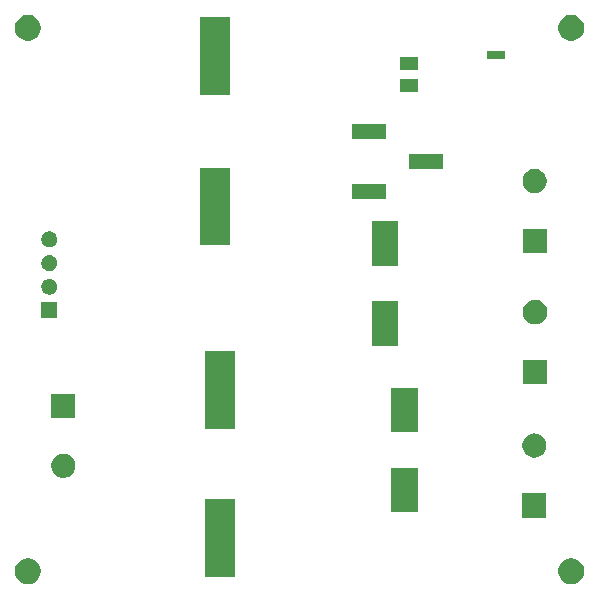
<source format=gbr>
%TF.GenerationSoftware,KiCad,Pcbnew,(5.1.6)-1*%
%TF.CreationDate,2020-08-14T09:47:52+03:00*%
%TF.ProjectId,Circuit Thesis,43697263-7569-4742-9054-68657369732e,rev?*%
%TF.SameCoordinates,Original*%
%TF.FileFunction,Soldermask,Top*%
%TF.FilePolarity,Negative*%
%FSLAX46Y46*%
G04 Gerber Fmt 4.6, Leading zero omitted, Abs format (unit mm)*
G04 Created by KiCad (PCBNEW (5.1.6)-1) date 2020-08-14 09:47:52*
%MOMM*%
%LPD*%
G01*
G04 APERTURE LIST*
%ADD10C,0.100000*%
G04 APERTURE END LIST*
D10*
G36*
X174320857Y-115942272D02*
G01*
X174521043Y-116025192D01*
X174521045Y-116025193D01*
X174611738Y-116085792D01*
X174701208Y-116145574D01*
X174854426Y-116298792D01*
X174974808Y-116478957D01*
X175057728Y-116679143D01*
X175100000Y-116891658D01*
X175100000Y-117108342D01*
X175057728Y-117320857D01*
X174983524Y-117500000D01*
X174974807Y-117521045D01*
X174854425Y-117701209D01*
X174701209Y-117854425D01*
X174521045Y-117974807D01*
X174521044Y-117974808D01*
X174521043Y-117974808D01*
X174320857Y-118057728D01*
X174108342Y-118100000D01*
X173891658Y-118100000D01*
X173679143Y-118057728D01*
X173478957Y-117974808D01*
X173478956Y-117974808D01*
X173478955Y-117974807D01*
X173298791Y-117854425D01*
X173145575Y-117701209D01*
X173025193Y-117521045D01*
X173016476Y-117500000D01*
X172942272Y-117320857D01*
X172900000Y-117108342D01*
X172900000Y-116891658D01*
X172942272Y-116679143D01*
X173025192Y-116478957D01*
X173145574Y-116298792D01*
X173298792Y-116145574D01*
X173388262Y-116085792D01*
X173478955Y-116025193D01*
X173478957Y-116025192D01*
X173679143Y-115942272D01*
X173891658Y-115900000D01*
X174108342Y-115900000D01*
X174320857Y-115942272D01*
G37*
G36*
X128320857Y-115942272D02*
G01*
X128521043Y-116025192D01*
X128521045Y-116025193D01*
X128611738Y-116085792D01*
X128701208Y-116145574D01*
X128854426Y-116298792D01*
X128974808Y-116478957D01*
X129057728Y-116679143D01*
X129100000Y-116891658D01*
X129100000Y-117108342D01*
X129057728Y-117320857D01*
X128983524Y-117500000D01*
X128974807Y-117521045D01*
X128854425Y-117701209D01*
X128701209Y-117854425D01*
X128521045Y-117974807D01*
X128521044Y-117974808D01*
X128521043Y-117974808D01*
X128320857Y-118057728D01*
X128108342Y-118100000D01*
X127891658Y-118100000D01*
X127679143Y-118057728D01*
X127478957Y-117974808D01*
X127478956Y-117974808D01*
X127478955Y-117974807D01*
X127298791Y-117854425D01*
X127145575Y-117701209D01*
X127025193Y-117521045D01*
X127016476Y-117500000D01*
X126942272Y-117320857D01*
X126900000Y-117108342D01*
X126900000Y-116891658D01*
X126942272Y-116679143D01*
X127025192Y-116478957D01*
X127145574Y-116298792D01*
X127298792Y-116145574D01*
X127388262Y-116085792D01*
X127478955Y-116025193D01*
X127478957Y-116025192D01*
X127679143Y-115942272D01*
X127891658Y-115900000D01*
X128108342Y-115900000D01*
X128320857Y-115942272D01*
G37*
G36*
X145572000Y-117500000D02*
G01*
X142972000Y-117500000D01*
X142972000Y-110900000D01*
X145572000Y-110900000D01*
X145572000Y-117500000D01*
G37*
G36*
X171903500Y-112467500D02*
G01*
X169853500Y-112467500D01*
X169853500Y-110417500D01*
X171903500Y-110417500D01*
X171903500Y-112467500D01*
G37*
G36*
X161003000Y-112028500D02*
G01*
X158783000Y-112028500D01*
X158783000Y-108238500D01*
X161003000Y-108238500D01*
X161003000Y-112028500D01*
G37*
G36*
X131166963Y-107068130D02*
G01*
X131298982Y-107094390D01*
X131485520Y-107171656D01*
X131653400Y-107283830D01*
X131796170Y-107426600D01*
X131908344Y-107594480D01*
X131985610Y-107781018D01*
X132025000Y-107979046D01*
X132025000Y-108180954D01*
X131985610Y-108378982D01*
X131908344Y-108565520D01*
X131796170Y-108733400D01*
X131653400Y-108876170D01*
X131485520Y-108988344D01*
X131298982Y-109065610D01*
X131166963Y-109091870D01*
X131100955Y-109105000D01*
X130899045Y-109105000D01*
X130833037Y-109091870D01*
X130701018Y-109065610D01*
X130514480Y-108988344D01*
X130346600Y-108876170D01*
X130203830Y-108733400D01*
X130091656Y-108565520D01*
X130014390Y-108378982D01*
X129975000Y-108180954D01*
X129975000Y-107979046D01*
X130014390Y-107781018D01*
X130091656Y-107594480D01*
X130203830Y-107426600D01*
X130346600Y-107283830D01*
X130514480Y-107171656D01*
X130701018Y-107094390D01*
X130833037Y-107068130D01*
X130899045Y-107055000D01*
X131100955Y-107055000D01*
X131166963Y-107068130D01*
G37*
G36*
X171045463Y-105350630D02*
G01*
X171177482Y-105376890D01*
X171364020Y-105454156D01*
X171531900Y-105566330D01*
X171674670Y-105709100D01*
X171786844Y-105876980D01*
X171864110Y-106063518D01*
X171903500Y-106261546D01*
X171903500Y-106463454D01*
X171864110Y-106661482D01*
X171786844Y-106848020D01*
X171674670Y-107015900D01*
X171531900Y-107158670D01*
X171364020Y-107270844D01*
X171177482Y-107348110D01*
X171045463Y-107374370D01*
X170979455Y-107387500D01*
X170777545Y-107387500D01*
X170711537Y-107374370D01*
X170579518Y-107348110D01*
X170392980Y-107270844D01*
X170225100Y-107158670D01*
X170082330Y-107015900D01*
X169970156Y-106848020D01*
X169892890Y-106661482D01*
X169853500Y-106463454D01*
X169853500Y-106261546D01*
X169892890Y-106063518D01*
X169970156Y-105876980D01*
X170082330Y-105709100D01*
X170225100Y-105566330D01*
X170392980Y-105454156D01*
X170579518Y-105376890D01*
X170711537Y-105350630D01*
X170777545Y-105337500D01*
X170979455Y-105337500D01*
X171045463Y-105350630D01*
G37*
G36*
X161003000Y-105248500D02*
G01*
X158783000Y-105248500D01*
X158783000Y-101458500D01*
X161003000Y-101458500D01*
X161003000Y-105248500D01*
G37*
G36*
X145572000Y-105000000D02*
G01*
X142972000Y-105000000D01*
X142972000Y-98400000D01*
X145572000Y-98400000D01*
X145572000Y-105000000D01*
G37*
G36*
X132025000Y-104025000D02*
G01*
X129975000Y-104025000D01*
X129975000Y-101975000D01*
X132025000Y-101975000D01*
X132025000Y-104025000D01*
G37*
G36*
X171967000Y-101164500D02*
G01*
X169917000Y-101164500D01*
X169917000Y-99114500D01*
X171967000Y-99114500D01*
X171967000Y-101164500D01*
G37*
G36*
X159377400Y-97944200D02*
G01*
X157157400Y-97944200D01*
X157157400Y-94154200D01*
X159377400Y-94154200D01*
X159377400Y-97944200D01*
G37*
G36*
X171108963Y-94047630D02*
G01*
X171240982Y-94073890D01*
X171427520Y-94151156D01*
X171595400Y-94263330D01*
X171738170Y-94406100D01*
X171850344Y-94573980D01*
X171927610Y-94760518D01*
X171967000Y-94958546D01*
X171967000Y-95160454D01*
X171927610Y-95358482D01*
X171850344Y-95545020D01*
X171738170Y-95712900D01*
X171595400Y-95855670D01*
X171427520Y-95967844D01*
X171240982Y-96045110D01*
X171108963Y-96071370D01*
X171042955Y-96084500D01*
X170841045Y-96084500D01*
X170775037Y-96071370D01*
X170643018Y-96045110D01*
X170456480Y-95967844D01*
X170288600Y-95855670D01*
X170145830Y-95712900D01*
X170033656Y-95545020D01*
X169956390Y-95358482D01*
X169917000Y-95160454D01*
X169917000Y-94958546D01*
X169956390Y-94760518D01*
X170033656Y-94573980D01*
X170145830Y-94406100D01*
X170288600Y-94263330D01*
X170456480Y-94151156D01*
X170643018Y-94073890D01*
X170775037Y-94047630D01*
X170841045Y-94034500D01*
X171042955Y-94034500D01*
X171108963Y-94047630D01*
G37*
G36*
X130494400Y-95588200D02*
G01*
X129144400Y-95588200D01*
X129144400Y-94238200D01*
X130494400Y-94238200D01*
X130494400Y-95588200D01*
G37*
G36*
X130016289Y-92264139D02*
G01*
X130139131Y-92315022D01*
X130249687Y-92388893D01*
X130343707Y-92482913D01*
X130417578Y-92593469D01*
X130468461Y-92716311D01*
X130494400Y-92846717D01*
X130494400Y-92979683D01*
X130468461Y-93110089D01*
X130417578Y-93232931D01*
X130343707Y-93343487D01*
X130249687Y-93437507D01*
X130139131Y-93511378D01*
X130016289Y-93562261D01*
X129885883Y-93588200D01*
X129752917Y-93588200D01*
X129622511Y-93562261D01*
X129499669Y-93511378D01*
X129389113Y-93437507D01*
X129295093Y-93343487D01*
X129221222Y-93232931D01*
X129170339Y-93110089D01*
X129144400Y-92979683D01*
X129144400Y-92846717D01*
X129170339Y-92716311D01*
X129221222Y-92593469D01*
X129295093Y-92482913D01*
X129389113Y-92388893D01*
X129499669Y-92315022D01*
X129622511Y-92264139D01*
X129752917Y-92238200D01*
X129885883Y-92238200D01*
X130016289Y-92264139D01*
G37*
G36*
X130016289Y-90264139D02*
G01*
X130139131Y-90315022D01*
X130249687Y-90388893D01*
X130343707Y-90482913D01*
X130417578Y-90593469D01*
X130468461Y-90716311D01*
X130494400Y-90846717D01*
X130494400Y-90979683D01*
X130468461Y-91110089D01*
X130417578Y-91232931D01*
X130343707Y-91343487D01*
X130249687Y-91437507D01*
X130139131Y-91511378D01*
X130016289Y-91562261D01*
X129885883Y-91588200D01*
X129752917Y-91588200D01*
X129622511Y-91562261D01*
X129499669Y-91511378D01*
X129389113Y-91437507D01*
X129295093Y-91343487D01*
X129221222Y-91232931D01*
X129170339Y-91110089D01*
X129144400Y-90979683D01*
X129144400Y-90846717D01*
X129170339Y-90716311D01*
X129221222Y-90593469D01*
X129295093Y-90482913D01*
X129389113Y-90388893D01*
X129499669Y-90315022D01*
X129622511Y-90264139D01*
X129752917Y-90238200D01*
X129885883Y-90238200D01*
X130016289Y-90264139D01*
G37*
G36*
X159377400Y-91164200D02*
G01*
X157157400Y-91164200D01*
X157157400Y-87374200D01*
X159377400Y-87374200D01*
X159377400Y-91164200D01*
G37*
G36*
X171941600Y-90077400D02*
G01*
X169891600Y-90077400D01*
X169891600Y-88027400D01*
X171941600Y-88027400D01*
X171941600Y-90077400D01*
G37*
G36*
X130016289Y-88264139D02*
G01*
X130139131Y-88315022D01*
X130249687Y-88388893D01*
X130343707Y-88482913D01*
X130417578Y-88593469D01*
X130468461Y-88716311D01*
X130494400Y-88846717D01*
X130494400Y-88979683D01*
X130468461Y-89110089D01*
X130417578Y-89232931D01*
X130343707Y-89343487D01*
X130249687Y-89437507D01*
X130139131Y-89511378D01*
X130016289Y-89562261D01*
X129885883Y-89588200D01*
X129752917Y-89588200D01*
X129622511Y-89562261D01*
X129499669Y-89511378D01*
X129389113Y-89437507D01*
X129295093Y-89343487D01*
X129221222Y-89232931D01*
X129170339Y-89110089D01*
X129144400Y-88979683D01*
X129144400Y-88846717D01*
X129170339Y-88716311D01*
X129221222Y-88593469D01*
X129295093Y-88482913D01*
X129389113Y-88388893D01*
X129499669Y-88315022D01*
X129622511Y-88264139D01*
X129752917Y-88238200D01*
X129885883Y-88238200D01*
X130016289Y-88264139D01*
G37*
G36*
X145087500Y-89411000D02*
G01*
X142567500Y-89411000D01*
X142567500Y-82851000D01*
X145087500Y-82851000D01*
X145087500Y-89411000D01*
G37*
G36*
X158338800Y-85481000D02*
G01*
X155448800Y-85481000D01*
X155448800Y-84191000D01*
X158338800Y-84191000D01*
X158338800Y-85481000D01*
G37*
G36*
X171083563Y-82960530D02*
G01*
X171215582Y-82986790D01*
X171402120Y-83064056D01*
X171570000Y-83176230D01*
X171712770Y-83319000D01*
X171824944Y-83486880D01*
X171902210Y-83673418D01*
X171941600Y-83871446D01*
X171941600Y-84073354D01*
X171902210Y-84271382D01*
X171824944Y-84457920D01*
X171712770Y-84625800D01*
X171570000Y-84768570D01*
X171402120Y-84880744D01*
X171215582Y-84958010D01*
X171083563Y-84984270D01*
X171017555Y-84997400D01*
X170815645Y-84997400D01*
X170749637Y-84984270D01*
X170617618Y-84958010D01*
X170431080Y-84880744D01*
X170263200Y-84768570D01*
X170120430Y-84625800D01*
X170008256Y-84457920D01*
X169930990Y-84271382D01*
X169891600Y-84073354D01*
X169891600Y-83871446D01*
X169930990Y-83673418D01*
X170008256Y-83486880D01*
X170120430Y-83319000D01*
X170263200Y-83176230D01*
X170431080Y-83064056D01*
X170617618Y-82986790D01*
X170749637Y-82960530D01*
X170815645Y-82947400D01*
X171017555Y-82947400D01*
X171083563Y-82960530D01*
G37*
G36*
X163168800Y-82941000D02*
G01*
X160278800Y-82941000D01*
X160278800Y-81651000D01*
X163168800Y-81651000D01*
X163168800Y-82941000D01*
G37*
G36*
X158338800Y-80401000D02*
G01*
X155448800Y-80401000D01*
X155448800Y-79111000D01*
X158338800Y-79111000D01*
X158338800Y-80401000D01*
G37*
G36*
X145087500Y-76661000D02*
G01*
X142567500Y-76661000D01*
X142567500Y-70101000D01*
X145087500Y-70101000D01*
X145087500Y-76661000D01*
G37*
G36*
X161034000Y-76415000D02*
G01*
X159514000Y-76415000D01*
X159514000Y-75315000D01*
X161034000Y-75315000D01*
X161034000Y-76415000D01*
G37*
G36*
X161034000Y-74545000D02*
G01*
X159514000Y-74545000D01*
X159514000Y-73445000D01*
X161034000Y-73445000D01*
X161034000Y-74545000D01*
G37*
G36*
X168366600Y-73629000D02*
G01*
X166862600Y-73629000D01*
X166862600Y-72929000D01*
X168366600Y-72929000D01*
X168366600Y-73629000D01*
G37*
G36*
X128320857Y-69942272D02*
G01*
X128521043Y-70025192D01*
X128521045Y-70025193D01*
X128611738Y-70085792D01*
X128701208Y-70145574D01*
X128854426Y-70298792D01*
X128974808Y-70478957D01*
X129057728Y-70679143D01*
X129100000Y-70891658D01*
X129100000Y-71108342D01*
X129057728Y-71320857D01*
X128974808Y-71521043D01*
X128974807Y-71521045D01*
X128854425Y-71701209D01*
X128701209Y-71854425D01*
X128521045Y-71974807D01*
X128521044Y-71974808D01*
X128521043Y-71974808D01*
X128320857Y-72057728D01*
X128108342Y-72100000D01*
X127891658Y-72100000D01*
X127679143Y-72057728D01*
X127478957Y-71974808D01*
X127478956Y-71974808D01*
X127478955Y-71974807D01*
X127298791Y-71854425D01*
X127145575Y-71701209D01*
X127025193Y-71521045D01*
X127025192Y-71521043D01*
X126942272Y-71320857D01*
X126900000Y-71108342D01*
X126900000Y-70891658D01*
X126942272Y-70679143D01*
X127025192Y-70478957D01*
X127145574Y-70298792D01*
X127298792Y-70145574D01*
X127388262Y-70085792D01*
X127478955Y-70025193D01*
X127478957Y-70025192D01*
X127679143Y-69942272D01*
X127891658Y-69900000D01*
X128108342Y-69900000D01*
X128320857Y-69942272D01*
G37*
G36*
X174320857Y-69942272D02*
G01*
X174521043Y-70025192D01*
X174521045Y-70025193D01*
X174611738Y-70085792D01*
X174701208Y-70145574D01*
X174854426Y-70298792D01*
X174974808Y-70478957D01*
X175057728Y-70679143D01*
X175100000Y-70891658D01*
X175100000Y-71108342D01*
X175057728Y-71320857D01*
X174974808Y-71521043D01*
X174974807Y-71521045D01*
X174854425Y-71701209D01*
X174701209Y-71854425D01*
X174521045Y-71974807D01*
X174521044Y-71974808D01*
X174521043Y-71974808D01*
X174320857Y-72057728D01*
X174108342Y-72100000D01*
X173891658Y-72100000D01*
X173679143Y-72057728D01*
X173478957Y-71974808D01*
X173478956Y-71974808D01*
X173478955Y-71974807D01*
X173298791Y-71854425D01*
X173145575Y-71701209D01*
X173025193Y-71521045D01*
X173025192Y-71521043D01*
X172942272Y-71320857D01*
X172900000Y-71108342D01*
X172900000Y-70891658D01*
X172942272Y-70679143D01*
X173025192Y-70478957D01*
X173145574Y-70298792D01*
X173298792Y-70145574D01*
X173388262Y-70085792D01*
X173478955Y-70025193D01*
X173478957Y-70025192D01*
X173679143Y-69942272D01*
X173891658Y-69900000D01*
X174108342Y-69900000D01*
X174320857Y-69942272D01*
G37*
M02*

</source>
